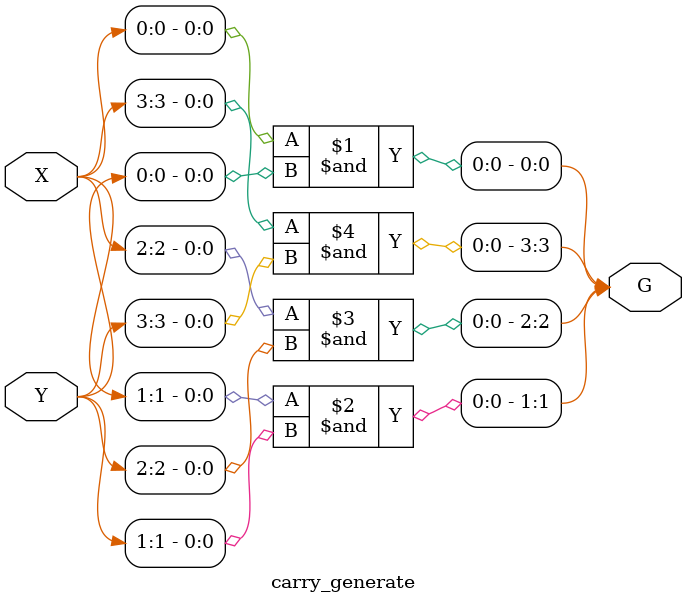
<source format=v>
(* DONT_TOUCH = "true" *)
module carry_generate(
    input  [3:0] X, // 4-bit input
    input  [3:0] Y, // 4-bit input
    output [3:0] G  // 4-bit output carry generate
);
    
    // --- enter your code here
    assign G[0] = X[0] & Y[0];
    assign G[1] = X[1] & Y[1];
    assign G[2] = X[2] & Y[2];
    assign G[3] = X[3] & Y[3];
    
    // --- end your code here
endmodule

</source>
